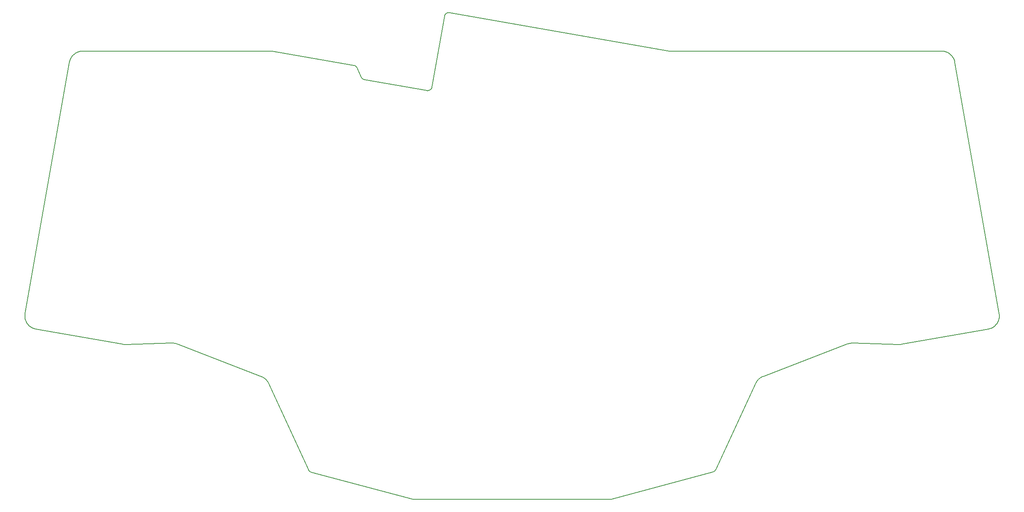
<source format=gm1>
G04 #@! TF.GenerationSoftware,KiCad,Pcbnew,(5.1.10-1-10_14)*
G04 #@! TF.CreationDate,2021-11-21T17:36:23-05:00*
G04 #@! TF.ProjectId,reviung34,72657669-756e-4673-9334-2e6b69636164,1*
G04 #@! TF.SameCoordinates,Original*
G04 #@! TF.FileFunction,Profile,NP*
%FSLAX46Y46*%
G04 Gerber Fmt 4.6, Leading zero omitted, Abs format (unit mm)*
G04 Created by KiCad (PCBNEW (5.1.10-1-10_14)) date 2021-11-21 17:36:23*
%MOMM*%
%LPD*%
G01*
G04 APERTURE LIST*
G04 #@! TA.AperFunction,Profile*
%ADD10C,0.200000*%
G04 #@! TD*
G04 APERTURE END LIST*
D10*
X123058288Y-31343422D02*
X120319015Y-46882814D01*
X64177823Y-103414776D02*
X82723549Y-110541130D01*
X172568228Y-38988975D02*
X124216765Y-30532213D01*
X124216765Y-30532213D02*
X124014755Y-30517223D01*
X124014755Y-30517223D02*
X123772668Y-30554043D01*
X123772668Y-30554043D02*
X123550658Y-30646646D01*
X123550658Y-30646646D02*
X123357822Y-30788661D01*
X123357822Y-30788661D02*
X123203261Y-30973715D01*
X123203261Y-30973715D02*
X123096075Y-31195438D01*
X123096075Y-31195438D02*
X123058288Y-31343422D01*
X30809115Y-96693933D02*
X30770939Y-96998845D01*
X30770939Y-96998845D02*
X30763855Y-97300243D01*
X30763855Y-97300243D02*
X30786636Y-97596377D01*
X30786636Y-97596377D02*
X30838058Y-97885497D01*
X30838058Y-97885497D02*
X30916895Y-98165852D01*
X30916895Y-98165852D02*
X31021924Y-98435694D01*
X31021924Y-98435694D02*
X31151918Y-98693273D01*
X31151918Y-98693273D02*
X31305654Y-98936838D01*
X31305654Y-98936838D02*
X31481906Y-99164641D01*
X31481906Y-99164641D02*
X31679449Y-99374932D01*
X31679449Y-99374932D02*
X31897058Y-99565960D01*
X31897058Y-99565960D02*
X32133509Y-99735976D01*
X32133509Y-99735976D02*
X32387576Y-99883231D01*
X32387576Y-99883231D02*
X32658035Y-100005975D01*
X32658035Y-100005975D02*
X32943661Y-100102458D01*
X32943661Y-100102458D02*
X33243229Y-100170930D01*
X40582406Y-41466435D02*
X30809115Y-96693933D01*
X104714585Y-44666328D02*
X103884750Y-42756677D01*
X103884750Y-42756677D02*
X103777184Y-42568189D01*
X103777184Y-42568189D02*
X103633820Y-42409464D01*
X103633820Y-42409464D02*
X103460557Y-42285158D01*
X103460557Y-42285158D02*
X103263295Y-42199927D01*
X103263295Y-42199927D02*
X103142070Y-42170560D01*
X93778781Y-131612249D02*
X116151731Y-137589783D01*
X93104760Y-131008050D02*
X93199085Y-131192011D01*
X93199085Y-131192011D02*
X93327309Y-131350692D01*
X93327309Y-131350692D02*
X93484587Y-131479748D01*
X93484587Y-131479748D02*
X93666071Y-131574836D01*
X93666071Y-131574836D02*
X93778781Y-131612249D01*
X84371394Y-112084401D02*
X93104760Y-131008050D01*
X182105793Y-131590117D02*
X182298967Y-131516269D01*
X182298967Y-131516269D02*
X182470669Y-131405957D01*
X182470669Y-131405957D02*
X182616049Y-131263530D01*
X182616049Y-131263530D02*
X182730259Y-131093341D01*
X182730259Y-131093341D02*
X182779662Y-130985301D01*
X159715143Y-137589783D02*
X182105793Y-131590117D01*
X116151731Y-137589783D02*
X159715143Y-137589783D01*
X222992541Y-103524014D02*
X223201332Y-103523083D01*
X223201332Y-103523083D02*
X223409440Y-103507645D01*
X223409440Y-103507645D02*
X223597398Y-103481067D01*
X212866566Y-103216592D02*
X222992541Y-103524014D01*
X211699091Y-103414981D02*
X211910863Y-103342518D01*
X211910863Y-103342518D02*
X212126946Y-103286158D01*
X212126946Y-103286158D02*
X212346420Y-103246057D01*
X212346420Y-103246057D02*
X212568369Y-103222371D01*
X212568369Y-103222371D02*
X212791876Y-103215254D01*
X212791876Y-103215254D02*
X212866566Y-103216592D01*
X193160652Y-110541355D02*
X211699091Y-103414981D01*
X191513763Y-112083214D02*
X191612697Y-111888104D01*
X191612697Y-111888104D02*
X191724898Y-111701777D01*
X191724898Y-111701777D02*
X191849745Y-111524815D01*
X191849745Y-111524815D02*
X191986618Y-111357797D01*
X191986618Y-111357797D02*
X192134898Y-111201304D01*
X192134898Y-111201304D02*
X192293962Y-111055918D01*
X192293962Y-111055918D02*
X192463193Y-110922218D01*
X192463193Y-110922218D02*
X192641968Y-110800785D01*
X192641968Y-110800785D02*
X192829669Y-110692201D01*
X192829669Y-110692201D02*
X193025674Y-110597045D01*
X193025674Y-110597045D02*
X193160652Y-110541355D01*
X33243229Y-100170930D02*
X52280000Y-103480000D01*
X82723549Y-110541130D02*
X82924913Y-110627058D01*
X82924913Y-110627058D02*
X83118375Y-110726823D01*
X83118375Y-110726823D02*
X83303311Y-110839844D01*
X83303311Y-110839844D02*
X83479101Y-110965539D01*
X83479101Y-110965539D02*
X83645122Y-111103324D01*
X83645122Y-111103324D02*
X83800753Y-111252619D01*
X83800753Y-111252619D02*
X83945374Y-111412841D01*
X83945374Y-111412841D02*
X84078361Y-111583408D01*
X84078361Y-111583408D02*
X84199093Y-111763737D01*
X84199093Y-111763737D02*
X84306950Y-111953247D01*
X84306950Y-111953247D02*
X84371394Y-112084401D01*
X119158787Y-47693706D02*
X105456322Y-45252278D01*
X120319015Y-46882814D02*
X120263928Y-47077996D01*
X120263928Y-47077996D02*
X120146324Y-47293091D01*
X120146324Y-47293091D02*
X119983086Y-47470132D01*
X119983086Y-47470132D02*
X119783351Y-47602734D01*
X119783351Y-47602734D02*
X119556253Y-47684512D01*
X119556253Y-47684512D02*
X119310929Y-47709081D01*
X119310929Y-47709081D02*
X119158787Y-47693706D01*
X43536576Y-38988851D02*
X43266354Y-39000930D01*
X43266354Y-39000930D02*
X43002197Y-39036529D01*
X43002197Y-39036529D02*
X42745251Y-39094688D01*
X42745251Y-39094688D02*
X42496662Y-39174444D01*
X42496662Y-39174444D02*
X42257575Y-39274838D01*
X42257575Y-39274838D02*
X42029135Y-39394908D01*
X42029135Y-39394908D02*
X41812489Y-39533694D01*
X41812489Y-39533694D02*
X41608781Y-39690235D01*
X41608781Y-39690235D02*
X41419159Y-39863570D01*
X41419159Y-39863570D02*
X41244766Y-40052737D01*
X41244766Y-40052737D02*
X41086750Y-40256778D01*
X41086750Y-40256778D02*
X40946255Y-40474729D01*
X40946255Y-40474729D02*
X40824428Y-40705632D01*
X40824428Y-40705632D02*
X40722413Y-40948524D01*
X40722413Y-40948524D02*
X40641357Y-41202445D01*
X40641357Y-41202445D02*
X40582406Y-41466435D01*
X182779662Y-130985301D02*
X191513763Y-112083214D01*
X235304362Y-41467996D02*
X235245512Y-41203881D01*
X235245512Y-41203881D02*
X235164538Y-40949833D01*
X235164538Y-40949833D02*
X235062587Y-40706814D01*
X235062587Y-40706814D02*
X234940804Y-40475786D01*
X234940804Y-40475786D02*
X234800337Y-40257712D01*
X234800337Y-40257712D02*
X234642332Y-40053553D01*
X234642332Y-40053553D02*
X234467935Y-39864272D01*
X234467935Y-39864272D02*
X234278293Y-39690830D01*
X234278293Y-39690830D02*
X234074554Y-39534190D01*
X234074554Y-39534190D02*
X233857863Y-39395313D01*
X233857863Y-39395313D02*
X233629367Y-39275163D01*
X233629367Y-39275163D02*
X233390212Y-39174701D01*
X233390212Y-39174701D02*
X233141546Y-39094889D01*
X233141546Y-39094889D02*
X232884515Y-39036689D01*
X232884515Y-39036689D02*
X232620266Y-39001063D01*
X232620266Y-39001063D02*
X232349945Y-38988975D01*
X245041942Y-96700743D02*
X235304362Y-41467996D01*
X242608016Y-100176225D02*
X242907443Y-100107744D01*
X242907443Y-100107744D02*
X243192940Y-100011278D01*
X243192940Y-100011278D02*
X243463283Y-99888572D01*
X243463283Y-99888572D02*
X243717249Y-99741376D01*
X243717249Y-99741376D02*
X243953613Y-99571436D01*
X243953613Y-99571436D02*
X244171151Y-99380499D01*
X244171151Y-99380499D02*
X244368641Y-99170313D01*
X244368641Y-99170313D02*
X244544859Y-98942625D01*
X244544859Y-98942625D02*
X244698580Y-98699183D01*
X244698580Y-98699183D02*
X244828581Y-98441733D01*
X244828581Y-98441733D02*
X244933639Y-98172024D01*
X244933639Y-98172024D02*
X245012529Y-97891803D01*
X245012529Y-97891803D02*
X245064028Y-97602817D01*
X245064028Y-97602817D02*
X245086912Y-97306813D01*
X245086912Y-97306813D02*
X245079958Y-97005539D01*
X245079958Y-97005539D02*
X245041942Y-96700743D01*
X223597398Y-103481067D02*
X242608016Y-100176225D01*
X232349945Y-38988975D02*
X172568228Y-38988975D01*
X63011018Y-103216520D02*
X63234708Y-103218095D01*
X63234708Y-103218095D02*
X63457148Y-103236272D01*
X63457148Y-103236272D02*
X63677421Y-103270897D01*
X63677421Y-103270897D02*
X63894612Y-103321813D01*
X63894612Y-103321813D02*
X64107805Y-103388866D01*
X64107805Y-103388866D02*
X64177823Y-103414776D01*
X52884510Y-103522948D02*
X63011018Y-103216520D01*
X85185952Y-38988975D02*
X43536576Y-38988851D01*
X103142070Y-42170560D02*
X85185952Y-38988975D01*
X105456322Y-45252278D02*
X105248252Y-45191349D01*
X105248252Y-45191349D02*
X105060798Y-45088779D01*
X105060798Y-45088779D02*
X104899840Y-44949215D01*
X104899840Y-44949215D02*
X104771260Y-44777301D01*
X104771260Y-44777301D02*
X104714585Y-44666328D01*
X52280000Y-103480000D02*
X52486709Y-103508565D01*
X52486709Y-103508565D02*
X52694790Y-103522687D01*
X52694790Y-103522687D02*
X52884510Y-103522948D01*
M02*

</source>
